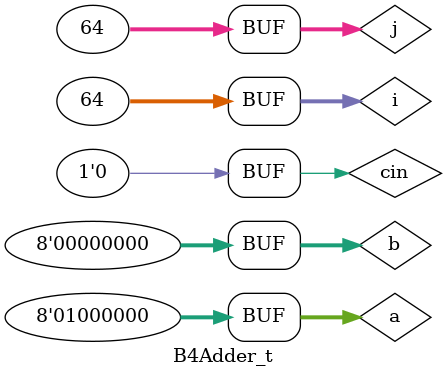
<source format=v>
module B4Adder_t#(parameter n=8);
reg [n-1:0] a,b;
wire[n-1:0] sum;
reg cin;
wire cout;

integer i,j;
B4Adder t(a,b,cin,sum,cout);
initial begin
a=0;
b=0;
cin=0;
for(i=0;i<n*n;i=i+1)
begin 
for(j=0;j<n*n;j=j+1)
begin
#2;
b=b+1;
end
a=a+1;
end
end
endmodule


</source>
